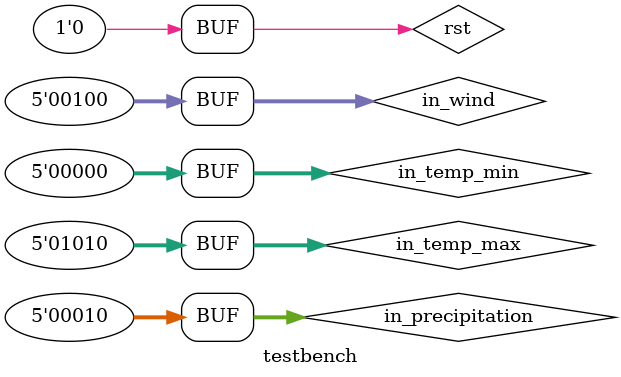
<source format=v>
module decision_tree (
    CLOCK_50,
    rst,
    in_temp_max,
    in_temp_min,
    in_precipitation,
    in_wind,
    out);

    input CLOCK_50, rst;
    input[4:0] in_temp_max, in_temp_min,
                in_precipitation, in_wind;
    output[2:0] out;

    parameter state_0 = 3'b000;
    parameter state_1 = 3'b001;
    parameter state_2 = 3'b010;
    parameter state_3 = 3'b011;
    parameter state_4 = 3'b100;

    reg[2:0] tmp_out;
    reg[2:0] present_state, next_state;

    always @ (posedge CLOCK_50 or posedge rst) begin
        if(rst) begin
            present_state <= state_0;
        end
        else begin
            present_state <= next_state;
        end
    end

    always @ (posedge CLOCK_50) begin
        case(present_state)
            state_0 : begin
                if (in_temp_max <= 17) begin
                    next_state = state_1;
                end
                else begin
                    next_state = state_2;
                end
            end
            state_1 : begin
                if (in_precipitation <= 1) begin
                    tmp_out = 3'b000; // sunny
                end
                else begin
                    next_state = state_3;
                end
            end
            state_2 : begin
                if (in_temp_max <= 26) begin
                    next_state = state_4;
                end
                else begin
                    tmp_out = 3'b000; // sunny
                end
            end
            state_3 : begin
                if (in_temp_min <= 1) begin
                    tmp_out = 3'b110; // snowy
                end
                else begin
                    tmp_out = 3'b001; // rainy
                end
            end
            state_4 : begin
                if (in_precipitation <= 1) begin
                    tmp_out = 3'b000; // sunny
                end
                else begin
                    tmp_out = 3'b001; // rainy
                end
            end
            default : begin
                tmp_out = 3'b111;
                next_state = state_0;
            end
        endcase
    end
    assign out = tmp_out;
endmodule

module testbench;
    reg[4:0] in_temp_max, in_temp_min, in_precipitation, in_wind;
    wire[2:0] out1;
    wire clock;
    reg rst;

    decision_tree tree1(clock, rst, in_temp_max, in_temp_min, in_precipitation, in_wind, out1);
    //decision_tree tree2(clock, rst, in_temp_max, in_temp_min, in_precipitation, in_wind, out2);
    initial
    begin
    in_temp_max = 5'b01010;
    in_temp_min = 5'b00000;
    in_precipitation = 5'b00010;
    in_wind = 5'b00100;
    rst = 0;
    # 50 rst = 1;
    # 30 rst = 0;

    # 100;
    end
 
endmodule
</source>
